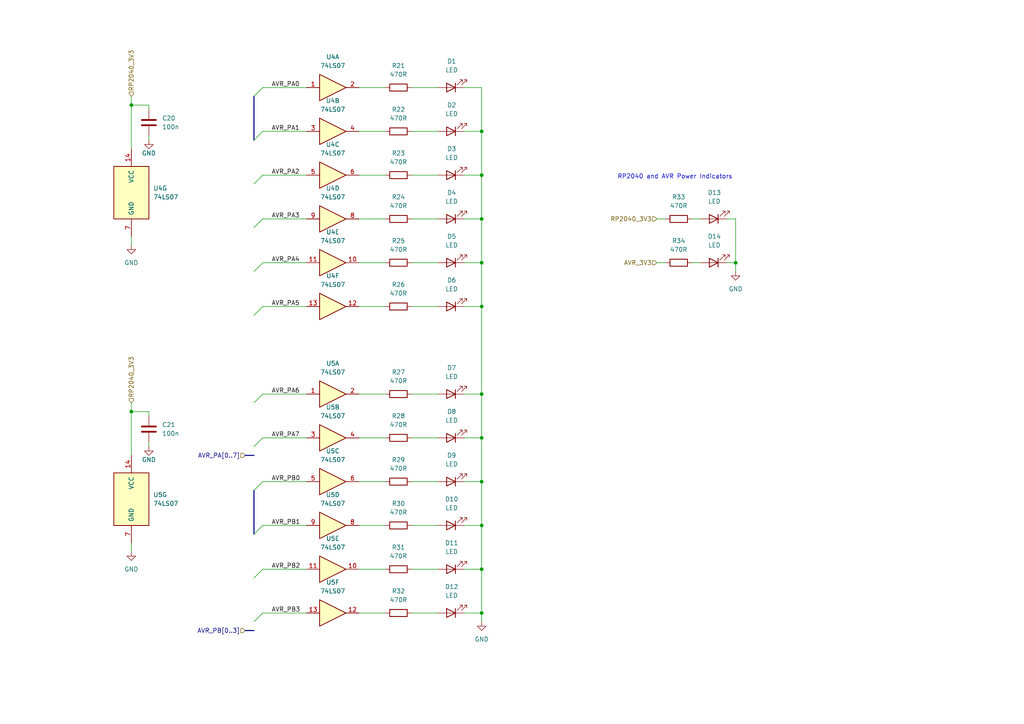
<source format=kicad_sch>
(kicad_sch (version 20210621) (generator eeschema)
  (paper "A4")
  (title_block (title "SUCSS Hardware Hacker"))
  (lib_symbols
    (symbol "74xx:74LS07" (pin_names (offset 1.016))
      (property "Reference" "U" (at 0 1.27 0))
      (property "Value" "74LS07" (at 0 -1.27 0))
      (symbol "74LS07_1_0"
        (polyline (pts (xy -3.81 3.81) (xy -3.81 -3.81) (xy 3.81 0) (xy -3.81 3.81)) (stroke (width 0.254)) (fill (type background)))
        (pin input line (at -7.62 0 0) (length 3.81) (name "~") (number "1"))
        (pin open_collector line (at 7.62 0 180) (length 3.81) (name "~") (number "2"))
      )
      (symbol "74LS07_2_0"
        (polyline (pts (xy -3.81 3.81) (xy -3.81 -3.81) (xy 3.81 0) (xy -3.81 3.81)) (stroke (width 0.254)) (fill (type background)))
        (pin input line (at -7.62 0 0) (length 3.81) (name "~") (number "3"))
        (pin open_collector line (at 7.62 0 180) (length 3.81) (name "~") (number "4"))
      )
      (symbol "74LS07_3_0"
        (polyline (pts (xy -3.81 3.81) (xy -3.81 -3.81) (xy 3.81 0) (xy -3.81 3.81)) (stroke (width 0.254)) (fill (type background)))
        (pin input line (at -7.62 0 0) (length 3.81) (name "~") (number "5"))
        (pin open_collector line (at 7.62 0 180) (length 3.81) (name "~") (number "6"))
      )
      (symbol "74LS07_4_0"
        (polyline (pts (xy -3.81 3.81) (xy -3.81 -3.81) (xy 3.81 0) (xy -3.81 3.81)) (stroke (width 0.254)) (fill (type background)))
        (pin open_collector line (at 7.62 0 180) (length 3.81) (name "~") (number "8"))
        (pin input line (at -7.62 0 0) (length 3.81) (name "~") (number "9"))
      )
      (symbol "74LS07_5_0"
        (polyline (pts (xy -3.81 3.81) (xy -3.81 -3.81) (xy 3.81 0) (xy -3.81 3.81)) (stroke (width 0.254)) (fill (type background)))
        (pin open_collector line (at 7.62 0 180) (length 3.81) (name "~") (number "10"))
        (pin input line (at -7.62 0 0) (length 3.81) (name "~") (number "11"))
      )
      (symbol "74LS07_6_0"
        (polyline (pts (xy -3.81 3.81) (xy -3.81 -3.81) (xy 3.81 0) (xy -3.81 3.81)) (stroke (width 0.254)) (fill (type background)))
        (pin open_collector line (at 7.62 0 180) (length 3.81) (name "~") (number "12"))
        (pin input line (at -7.62 0 0) (length 3.81) (name "~") (number "13"))
      )
      (symbol "74LS07_7_0"
        (pin power_in line (at 0 12.7 270) (length 5.08) (name "VCC") (number "14"))
        (pin power_in line (at 0 -12.7 90) (length 5.08) (name "GND") (number "7"))
      )
      (symbol "74LS07_7_1"
        (rectangle (start -5.08 7.62) (end 5.08 -7.62) (stroke (width 0.254)) (fill (type background)))
      )
    )
    (symbol "Device:C" (pin_numbers hide) (pin_names (offset 0.254))
      (property "Reference" "C" (at 0.635 2.54 0))
      (property "Value" "C" (at 0.635 -2.54 0))
      (symbol "C_0_1"
        (polyline (pts (xy -2.032 -0.762) (xy 2.032 -0.762)) (stroke (width 0.508)))
        (polyline (pts (xy -2.032 0.762) (xy 2.032 0.762)) (stroke (width 0.508)))
      )
      (symbol "C_1_1"
        (pin passive line (at 0 3.81 270) (length 2.794) (name "~") (number "1"))
        (pin passive line (at 0 -3.81 90) (length 2.794) (name "~") (number "2"))
      )
    )
    (symbol "Device:LED" (pin_numbers hide) (pin_names (offset 1.016) hide)
      (property "Reference" "D" (at 0 2.54 0))
      (property "Value" "LED" (at 0 -2.54 0))
      (symbol "LED_0_1"
        (polyline (pts (xy -1.27 -1.27) (xy -1.27 1.27)) (stroke (width 0.254)))
        (polyline (pts (xy -1.27 0) (xy 1.27 0)))
        (polyline (pts (xy 1.27 -1.27) (xy 1.27 1.27) (xy -1.27 0) (xy 1.27 -1.27)) (stroke (width 0.254)))
        (polyline (pts (xy -3.048 -0.762) (xy -4.572 -2.286) (xy -3.81 -2.286) (xy -4.572 -2.286) (xy -4.572 -1.524)))
        (polyline (pts (xy -1.778 -0.762) (xy -3.302 -2.286) (xy -2.54 -2.286) (xy -3.302 -2.286) (xy -3.302 -1.524)))
      )
      (symbol "LED_1_1"
        (pin passive line (at -3.81 0 0) (length 2.54) (name "K") (number "1"))
        (pin passive line (at 3.81 0 180) (length 2.54) (name "A") (number "2"))
      )
    )
    (symbol "Device:R" (pin_numbers hide) (pin_names (offset 0))
      (property "Reference" "R" (at 2.032 0 90))
      (property "Value" "R" (at 0 0 90))
      (symbol "R_0_1"
        (rectangle (start -1.016 -2.54) (end 1.016 2.54) (stroke (width 0.254)))
      )
      (symbol "R_1_1"
        (pin passive line (at 0 3.81 270) (length 1.27) (name "~") (number "1"))
        (pin passive line (at 0 -3.81 90) (length 1.27) (name "~") (number "2"))
      )
    )
    (symbol "power:GND" (power) (pin_names (offset 0))
      (property "Value" "GND" (at 0 -3.81 0))
      (symbol "GND_0_1"
        (polyline (pts (xy 0 0) (xy 0 -1.27) (xy 1.27 -1.27) (xy 0 -2.54) (xy -1.27 -1.27) (xy 0 -1.27)))
      )
      (symbol "GND_1_1"
        (pin power_in line (at 0 0 270) (length 0) hide (name "GND") (number "1"))
      )
    )
  )
  (junction (at 38.1 30.48) (diameter 0.9144))
  (junction (at 38.1 119.38) (diameter 0.9144))
  (junction (at 139.7 38.1) (diameter 0.9144))
  (junction (at 139.7 50.8) (diameter 0.9144))
  (junction (at 139.7 63.5) (diameter 0.9144))
  (junction (at 139.7 76.2) (diameter 0.9144))
  (junction (at 139.7 88.9) (diameter 0.9144))
  (junction (at 139.7 114.3) (diameter 0.9144))
  (junction (at 139.7 127) (diameter 0.9144))
  (junction (at 139.7 139.7) (diameter 0.9144))
  (junction (at 139.7 152.4) (diameter 0.9144))
  (junction (at 139.7 165.1) (diameter 0.9144))
  (junction (at 139.7 177.8) (diameter 0.9144))
  (junction (at 213.36 76.2) (diameter 0.9144))
  (bus_entry (at 73.66 27.94) (size 2.54 -2.54) (stroke (width 0.1524)))
  (bus_entry (at 73.66 40.64) (size 2.54 -2.54) (stroke (width 0.1524)))
  (bus_entry (at 73.66 53.34) (size 2.54 -2.54) (stroke (width 0.1524)))
  (bus_entry (at 73.66 66.04) (size 2.54 -2.54) (stroke (width 0.1524)))
  (bus_entry (at 73.66 78.74) (size 2.54 -2.54) (stroke (width 0.1524)))
  (bus_entry (at 73.66 91.44) (size 2.54 -2.54) (stroke (width 0.1524)))
  (bus_entry (at 73.66 116.84) (size 2.54 -2.54) (stroke (width 0.1524)))
  (bus_entry (at 73.66 129.54) (size 2.54 -2.54) (stroke (width 0.1524)))
  (bus_entry (at 73.66 142.24) (size 2.54 -2.54) (stroke (width 0.1524)))
  (bus_entry (at 73.66 154.94) (size 2.54 -2.54) (stroke (width 0.1524)))
  (bus_entry (at 73.66 167.64) (size 2.54 -2.54) (stroke (width 0.1524)))
  (bus_entry (at 73.66 180.34) (size 2.54 -2.54) (stroke (width 0.1524)))
  (wire (pts (xy 38.1 27.94) (xy 38.1 30.48)))
  (wire (pts (xy 38.1 30.48) (xy 38.1 43.18)))
  (wire (pts (xy 38.1 30.48) (xy 43.18 30.48)))
  (wire (pts (xy 38.1 68.58) (xy 38.1 71.12)))
  (wire (pts (xy 38.1 116.84) (xy 38.1 119.38)))
  (wire (pts (xy 38.1 119.38) (xy 38.1 132.08)))
  (wire (pts (xy 38.1 119.38) (xy 43.18 119.38)))
  (wire (pts (xy 38.1 157.48) (xy 38.1 160.02)))
  (wire (pts (xy 43.18 30.48) (xy 43.18 31.75)))
  (wire (pts (xy 43.18 39.37) (xy 43.18 40.64)))
  (wire (pts (xy 43.18 119.38) (xy 43.18 120.65)))
  (wire (pts (xy 43.18 128.27) (xy 43.18 129.54)))
  (wire (pts (xy 76.2 25.4) (xy 88.9 25.4)))
  (wire (pts (xy 76.2 38.1) (xy 88.9 38.1)))
  (wire (pts (xy 76.2 50.8) (xy 88.9 50.8)))
  (wire (pts (xy 76.2 63.5) (xy 88.9 63.5)))
  (wire (pts (xy 76.2 76.2) (xy 88.9 76.2)))
  (wire (pts (xy 76.2 88.9) (xy 88.9 88.9)))
  (wire (pts (xy 76.2 114.3) (xy 88.9 114.3)))
  (wire (pts (xy 76.2 127) (xy 88.9 127)))
  (wire (pts (xy 76.2 139.7) (xy 88.9 139.7)))
  (wire (pts (xy 76.2 152.4) (xy 88.9 152.4)))
  (wire (pts (xy 76.2 165.1) (xy 88.9 165.1)))
  (wire (pts (xy 76.2 177.8) (xy 88.9 177.8)))
  (wire (pts (xy 104.14 25.4) (xy 111.76 25.4)))
  (wire (pts (xy 104.14 38.1) (xy 111.76 38.1)))
  (wire (pts (xy 104.14 50.8) (xy 111.76 50.8)))
  (wire (pts (xy 104.14 63.5) (xy 111.76 63.5)))
  (wire (pts (xy 104.14 76.2) (xy 111.76 76.2)))
  (wire (pts (xy 104.14 88.9) (xy 111.76 88.9)))
  (wire (pts (xy 104.14 114.3) (xy 111.76 114.3)))
  (wire (pts (xy 104.14 127) (xy 111.76 127)))
  (wire (pts (xy 104.14 139.7) (xy 111.76 139.7)))
  (wire (pts (xy 104.14 152.4) (xy 111.76 152.4)))
  (wire (pts (xy 104.14 165.1) (xy 111.76 165.1)))
  (wire (pts (xy 104.14 177.8) (xy 111.76 177.8)))
  (wire (pts (xy 119.38 25.4) (xy 127 25.4)))
  (wire (pts (xy 119.38 38.1) (xy 127 38.1)))
  (wire (pts (xy 119.38 50.8) (xy 127 50.8)))
  (wire (pts (xy 119.38 63.5) (xy 127 63.5)))
  (wire (pts (xy 119.38 76.2) (xy 127 76.2)))
  (wire (pts (xy 119.38 88.9) (xy 127 88.9)))
  (wire (pts (xy 119.38 114.3) (xy 127 114.3)))
  (wire (pts (xy 119.38 127) (xy 127 127)))
  (wire (pts (xy 119.38 139.7) (xy 127 139.7)))
  (wire (pts (xy 119.38 152.4) (xy 127 152.4)))
  (wire (pts (xy 119.38 165.1) (xy 127 165.1)))
  (wire (pts (xy 119.38 177.8) (xy 127 177.8)))
  (wire (pts (xy 134.62 25.4) (xy 139.7 25.4)))
  (wire (pts (xy 134.62 38.1) (xy 139.7 38.1)))
  (wire (pts (xy 134.62 50.8) (xy 139.7 50.8)))
  (wire (pts (xy 134.62 63.5) (xy 139.7 63.5)))
  (wire (pts (xy 134.62 76.2) (xy 139.7 76.2)))
  (wire (pts (xy 134.62 88.9) (xy 139.7 88.9)))
  (wire (pts (xy 134.62 114.3) (xy 139.7 114.3)))
  (wire (pts (xy 134.62 127) (xy 139.7 127)))
  (wire (pts (xy 134.62 139.7) (xy 139.7 139.7)))
  (wire (pts (xy 134.62 152.4) (xy 139.7 152.4)))
  (wire (pts (xy 134.62 165.1) (xy 139.7 165.1)))
  (wire (pts (xy 139.7 25.4) (xy 139.7 38.1)))
  (wire (pts (xy 139.7 38.1) (xy 139.7 50.8)))
  (wire (pts (xy 139.7 50.8) (xy 139.7 63.5)))
  (wire (pts (xy 139.7 63.5) (xy 139.7 76.2)))
  (wire (pts (xy 139.7 76.2) (xy 139.7 88.9)))
  (wire (pts (xy 139.7 88.9) (xy 139.7 114.3)))
  (wire (pts (xy 139.7 114.3) (xy 139.7 127)))
  (wire (pts (xy 139.7 127) (xy 139.7 139.7)))
  (wire (pts (xy 139.7 139.7) (xy 139.7 152.4)))
  (wire (pts (xy 139.7 152.4) (xy 139.7 165.1)))
  (wire (pts (xy 139.7 165.1) (xy 139.7 177.8)))
  (wire (pts (xy 139.7 177.8) (xy 134.62 177.8)))
  (wire (pts (xy 139.7 177.8) (xy 139.7 180.34)))
  (wire (pts (xy 190.5 63.5) (xy 193.04 63.5)))
  (wire (pts (xy 190.5 76.2) (xy 193.04 76.2)))
  (wire (pts (xy 200.66 63.5) (xy 203.2 63.5)))
  (wire (pts (xy 200.66 76.2) (xy 203.2 76.2)))
  (wire (pts (xy 210.82 63.5) (xy 213.36 63.5)))
  (wire (pts (xy 213.36 63.5) (xy 213.36 76.2)))
  (wire (pts (xy 213.36 76.2) (xy 210.82 76.2)))
  (wire (pts (xy 213.36 76.2) (xy 213.36 78.74)))
  (bus (pts (xy 71.12 132.08) (xy 73.66 132.08)))
  (bus (pts (xy 73.66 27.94) (xy 73.66 132.08)))
  (bus (pts (xy 73.66 142.24) (xy 73.66 182.88)))
  (bus (pts (xy 73.66 182.88) (xy 71.12 182.88)))
  (text "RP2040 and AVR Power Indicators\n" (at 179.07 52.07 0) (effects (font (size 1.27 1.27)) (justify left bottom)))
  (label "AVR_PA0" (at 78.74 25.4 0))
  (label "AVR_PA1" (at 78.74 38.1 0))
  (label "AVR_PA2" (at 78.74 50.8 0))
  (label "AVR_PA3" (at 78.74 63.5 0))
  (label "AVR_PA4" (at 78.74 76.2 0))
  (label "AVR_PA5" (at 78.74 88.9 0))
  (label "AVR_PA6" (at 78.74 114.3 0))
  (label "AVR_PA7" (at 78.74 127 0))
  (label "AVR_PB0" (at 78.74 139.7 0))
  (label "AVR_PB1" (at 78.74 152.4 0))
  (label "AVR_PB2" (at 78.74 165.1 0))
  (label "AVR_PB3" (at 78.74 177.8 0))
  (hierarchical_label "RP2040_3V3" (shape input) (at 38.1 27.94 90))
  (hierarchical_label "RP2040_3V3" (shape input) (at 38.1 116.84 90))
  (hierarchical_label "AVR_PA[0..7]" (shape input) (at 71.12 132.08 180))
  (hierarchical_label "AVR_PB[0..3]" (shape input) (at 71.12 182.88 180))
  (hierarchical_label "RP2040_3V3" (shape input) (at 190.5 63.5 180))
  (hierarchical_label "AVR_3V3" (shape input) (at 190.5 76.2 180))
  (symbol (lib_id "power:GND") (at 38.1 71.12 0) (unit 1)
    (property "Reference" "#PWR018" (effects hide))
    (property "Value" "GND" (at 38.1 76.2 0))
  )
  (symbol (lib_id "power:GND") (at 38.1 160.02 0) (unit 1)
    (property "Reference" "#PWR019" (effects hide))
    (property "Value" "GND" (at 38.1 165.1 0))
  )
  (symbol (lib_id "power:GND") (at 43.18 40.64 0) (unit 1)
    (property "Reference" "#PWR020" (effects hide))
    (property "Value" "GND" (at 43.18 44.45 0))
  )
  (symbol (lib_id "power:GND") (at 43.18 129.54 0) (unit 1)
    (property "Reference" "#PWR021" (effects hide))
    (property "Value" "GND" (at 43.18 133.35 0))
  )
  (symbol (lib_id "power:GND") (at 139.7 180.34 0) (unit 1)
    (property "Reference" "#PWR022" (effects hide))
    (property "Value" "GND" (at 139.7 185.42 0))
  )
  (symbol (lib_id "power:GND") (at 213.36 78.74 0) (unit 1)
    (property "Reference" "#PWR023" (effects hide))
    (property "Value" "GND" (at 213.36 83.82 0))
  )
  (symbol (lib_id "Device:R") (at 115.57 25.4 90) (unit 1)
    (property "Reference" "R21" (at 115.57 19.05 90))
    (property "Value" "470R" (at 115.57 21.59 90))
    (property "Footprint" "Resistor_SMD:R_0603_1608Metric" (effects hide))
  )
  (symbol (lib_id "Device:R") (at 115.57 38.1 90) (unit 1)
    (property "Reference" "R22" (at 115.57 31.75 90))
    (property "Value" "470R" (at 115.57 34.29 90))
    (property "Footprint" "Resistor_SMD:R_0603_1608Metric" (effects hide))
  )
  (symbol (lib_id "Device:R") (at 115.57 50.8 90) (unit 1)
    (property "Reference" "R23" (at 115.57 44.45 90))
    (property "Value" "470R" (at 115.57 46.99 90))
    (property "Footprint" "Resistor_SMD:R_0603_1608Metric" (effects hide))
  )
  (symbol (lib_id "Device:R") (at 115.57 63.5 90) (unit 1)
    (property "Reference" "R24" (at 115.57 57.15 90))
    (property "Value" "470R" (at 115.57 59.69 90))
    (property "Footprint" "Resistor_SMD:R_0603_1608Metric" (effects hide))
  )
  (symbol (lib_id "Device:R") (at 115.57 76.2 90) (unit 1)
    (property "Reference" "R25" (at 115.57 69.85 90))
    (property "Value" "470R" (at 115.57 72.39 90))
    (property "Footprint" "Resistor_SMD:R_0603_1608Metric" (effects hide))
  )
  (symbol (lib_id "Device:R") (at 115.57 88.9 90) (unit 1)
    (property "Reference" "R26" (at 115.57 82.55 90))
    (property "Value" "470R" (at 115.57 85.09 90))
    (property "Footprint" "Resistor_SMD:R_0603_1608Metric" (effects hide))
  )
  (symbol (lib_id "Device:R") (at 115.57 114.3 90) (unit 1)
    (property "Reference" "R27" (at 115.57 107.95 90))
    (property "Value" "470R" (at 115.57 110.49 90))
    (property "Footprint" "Resistor_SMD:R_0603_1608Metric" (effects hide))
  )
  (symbol (lib_id "Device:R") (at 115.57 127 90) (unit 1)
    (property "Reference" "R28" (at 115.57 120.65 90))
    (property "Value" "470R" (at 115.57 123.19 90))
    (property "Footprint" "Resistor_SMD:R_0603_1608Metric" (effects hide))
  )
  (symbol (lib_id "Device:R") (at 115.57 139.7 90) (unit 1)
    (property "Reference" "R29" (at 115.57 133.35 90))
    (property "Value" "470R" (at 115.57 135.89 90))
    (property "Footprint" "Resistor_SMD:R_0603_1608Metric" (effects hide))
  )
  (symbol (lib_id "Device:R") (at 115.57 152.4 90) (unit 1)
    (property "Reference" "R30" (at 115.57 146.05 90))
    (property "Value" "470R" (at 115.57 148.59 90))
    (property "Footprint" "Resistor_SMD:R_0603_1608Metric" (effects hide))
  )
  (symbol (lib_id "Device:R") (at 115.57 165.1 90) (unit 1)
    (property "Reference" "R31" (at 115.57 158.75 90))
    (property "Value" "470R" (at 115.57 161.29 90))
    (property "Footprint" "Resistor_SMD:R_0603_1608Metric" (effects hide))
  )
  (symbol (lib_id "Device:R") (at 115.57 177.8 90) (unit 1)
    (property "Reference" "R32" (at 115.57 171.45 90))
    (property "Value" "470R" (at 115.57 173.99 90))
    (property "Footprint" "Resistor_SMD:R_0603_1608Metric" (effects hide))
  )
  (symbol (lib_id "Device:R") (at 196.85 63.5 90) (unit 1)
    (property "Reference" "R33" (at 196.85 57.15 90))
    (property "Value" "470R" (at 196.85 59.69 90))
    (property "Footprint" "Resistor_SMD:R_0603_1608Metric" (effects hide))
  )
  (symbol (lib_id "Device:R") (at 196.85 76.2 90) (unit 1)
    (property "Reference" "R34" (at 196.85 69.85 90))
    (property "Value" "470R" (at 196.85 72.39 90))
    (property "Footprint" "Resistor_SMD:R_0603_1608Metric" (effects hide))
  )
  (symbol (lib_id "Device:LED") (at 130.81 25.4 180) (unit 1)
    (property "Reference" "D1" (at 131.0005 17.78 0))
    (property "Value" "LED" (at 131.0005 20.32 0))
    (property "Footprint" "LED_SMD:LED_0603_1608Metric" (effects hide))
  )
  (symbol (lib_id "Device:LED") (at 130.81 38.1 180) (unit 1)
    (property "Reference" "D2" (at 131.0005 30.48 0))
    (property "Value" "LED" (at 131.0005 33.02 0))
    (property "Footprint" "LED_SMD:LED_0603_1608Metric" (effects hide))
  )
  (symbol (lib_id "Device:LED") (at 130.81 50.8 180) (unit 1)
    (property "Reference" "D3" (at 131.0005 43.18 0))
    (property "Value" "LED" (at 131.0005 45.72 0))
    (property "Footprint" "LED_SMD:LED_0603_1608Metric" (effects hide))
  )
  (symbol (lib_id "Device:LED") (at 130.81 63.5 180) (unit 1)
    (property "Reference" "D4" (at 131.0005 55.88 0))
    (property "Value" "LED" (at 131.0005 58.42 0))
    (property "Footprint" "LED_SMD:LED_0603_1608Metric" (effects hide))
  )
  (symbol (lib_id "Device:LED") (at 130.81 76.2 180) (unit 1)
    (property "Reference" "D5" (at 131.0005 68.58 0))
    (property "Value" "LED" (at 131.0005 71.12 0))
    (property "Footprint" "LED_SMD:LED_0603_1608Metric" (effects hide))
  )
  (symbol (lib_id "Device:LED") (at 130.81 88.9 180) (unit 1)
    (property "Reference" "D6" (at 131.0005 81.28 0))
    (property "Value" "LED" (at 131.0005 83.82 0))
    (property "Footprint" "LED_SMD:LED_0603_1608Metric" (effects hide))
  )
  (symbol (lib_id "Device:LED") (at 130.81 114.3 180) (unit 1)
    (property "Reference" "D7" (at 131.0005 106.68 0))
    (property "Value" "LED" (at 131.0005 109.22 0))
    (property "Footprint" "LED_SMD:LED_0603_1608Metric" (effects hide))
  )
  (symbol (lib_id "Device:LED") (at 130.81 127 180) (unit 1)
    (property "Reference" "D8" (at 131.0005 119.38 0))
    (property "Value" "LED" (at 131.0005 121.92 0))
    (property "Footprint" "LED_SMD:LED_0603_1608Metric" (effects hide))
  )
  (symbol (lib_id "Device:LED") (at 130.81 139.7 180) (unit 1)
    (property "Reference" "D9" (at 131.0005 132.08 0))
    (property "Value" "LED" (at 131.0005 134.62 0))
    (property "Footprint" "LED_SMD:LED_0603_1608Metric" (effects hide))
  )
  (symbol (lib_id "Device:LED") (at 130.81 152.4 180) (unit 1)
    (property "Reference" "D10" (at 131.0005 144.78 0))
    (property "Value" "LED" (at 131.0005 147.32 0))
    (property "Footprint" "LED_SMD:LED_0603_1608Metric" (effects hide))
  )
  (symbol (lib_id "Device:LED") (at 130.81 165.1 180) (unit 1)
    (property "Reference" "D11" (at 131.0005 157.48 0))
    (property "Value" "LED" (at 131.0005 160.02 0))
    (property "Footprint" "LED_SMD:LED_0603_1608Metric" (effects hide))
  )
  (symbol (lib_id "Device:LED") (at 130.81 177.8 180) (unit 1)
    (property "Reference" "D12" (at 131.0005 170.18 0))
    (property "Value" "LED" (at 131.0005 172.72 0))
    (property "Footprint" "LED_SMD:LED_0603_1608Metric" (effects hide))
  )
  (symbol (lib_id "Device:LED") (at 207.01 63.5 180) (unit 1)
    (property "Reference" "D13" (at 207.2005 55.88 0))
    (property "Value" "LED" (at 207.2005 58.42 0))
    (property "Footprint" "LED_SMD:LED_0603_1608Metric" (effects hide))
  )
  (symbol (lib_id "Device:LED") (at 207.01 76.2 180) (unit 1)
    (property "Reference" "D14" (at 207.2005 68.58 0))
    (property "Value" "LED" (at 207.2005 71.12 0))
    (property "Footprint" "LED_SMD:LED_0603_1608Metric" (effects hide))
  )
  (symbol (lib_id "Device:C") (at 43.18 35.56 0) (unit 1)
    (property "Reference" "C20" (at 46.99 34.2899 0) (effects (justify left)))
    (property "Value" "100n" (at 46.99 36.8299 0) (effects (justify left)))
    (property "Footprint" "Capacitor_SMD:C_0603_1608Metric" (effects hide))
  )
  (symbol (lib_id "Device:C") (at 43.18 124.46 0) (unit 1)
    (property "Reference" "C21" (at 46.99 123.1899 0) (effects (justify left)))
    (property "Value" "100n" (at 46.99 125.7299 0) (effects (justify left)))
    (property "Footprint" "Capacitor_SMD:C_0603_1608Metric" (effects hide))
  )
  (symbol (lib_id "74xx:74LS07") (at 96.52 25.4 0) (unit 1)
    (property "Reference" "U4" (at 96.52 16.51 0))
    (property "Value" "74LS07" (at 96.52 19.05 0))
    (property "Footprint" "Package_SO:SOIC-14_3.9x8.7mm_P1.27mm" (effects hide))
    (property "Datasheet" "www.ti.com/lit/ds/symlink/sn74ls07.pdf" (effects hide))
  )
  (symbol (lib_id "74xx:74LS07") (at 96.52 38.1 0) (unit 2)
    (property "Reference" "U4" (at 96.52 29.21 0))
    (property "Value" "74LS07" (at 96.52 31.75 0))
    (property "Footprint" "Package_SO:SOIC-14_3.9x8.7mm_P1.27mm" (effects hide))
    (property "Datasheet" "www.ti.com/lit/ds/symlink/sn74ls07.pdf" (effects hide))
  )
  (symbol (lib_id "74xx:74LS07") (at 96.52 50.8 0) (unit 3)
    (property "Reference" "U4" (at 96.52 41.91 0))
    (property "Value" "74LS07" (at 96.52 44.45 0))
    (property "Footprint" "Package_SO:SOIC-14_3.9x8.7mm_P1.27mm" (effects hide))
    (property "Datasheet" "www.ti.com/lit/ds/symlink/sn74ls07.pdf" (effects hide))
  )
  (symbol (lib_id "74xx:74LS07") (at 96.52 63.5 0) (unit 4)
    (property "Reference" "U4" (at 96.52 54.61 0))
    (property "Value" "74LS07" (at 96.52 57.15 0))
    (property "Footprint" "Package_SO:SOIC-14_3.9x8.7mm_P1.27mm" (effects hide))
    (property "Datasheet" "www.ti.com/lit/ds/symlink/sn74ls07.pdf" (effects hide))
  )
  (symbol (lib_id "74xx:74LS07") (at 96.52 76.2 0) (unit 5)
    (property "Reference" "U4" (at 96.52 67.31 0))
    (property "Value" "74LS07" (at 96.52 69.85 0))
    (property "Footprint" "Package_SO:SOIC-14_3.9x8.7mm_P1.27mm" (effects hide))
    (property "Datasheet" "www.ti.com/lit/ds/symlink/sn74ls07.pdf" (effects hide))
  )
  (symbol (lib_id "74xx:74LS07") (at 96.52 88.9 0) (unit 6)
    (property "Reference" "U4" (at 96.52 80.01 0))
    (property "Value" "74LS07" (at 96.52 82.55 0))
    (property "Footprint" "Package_SO:SOIC-14_3.9x8.7mm_P1.27mm" (effects hide))
    (property "Datasheet" "www.ti.com/lit/ds/symlink/sn74ls07.pdf" (effects hide))
  )
  (symbol (lib_id "74xx:74LS07") (at 96.52 114.3 0) (unit 1)
    (property "Reference" "U5" (at 96.52 105.41 0))
    (property "Value" "74LS07" (at 96.52 107.95 0))
    (property "Footprint" "Package_SO:SOIC-14_3.9x8.7mm_P1.27mm" (effects hide))
    (property "Datasheet" "www.ti.com/lit/ds/symlink/sn74ls07.pdf" (effects hide))
  )
  (symbol (lib_id "74xx:74LS07") (at 96.52 127 0) (unit 2)
    (property "Reference" "U5" (at 96.52 118.11 0))
    (property "Value" "74LS07" (at 96.52 120.65 0))
    (property "Footprint" "Package_SO:SOIC-14_3.9x8.7mm_P1.27mm" (effects hide))
    (property "Datasheet" "www.ti.com/lit/ds/symlink/sn74ls07.pdf" (effects hide))
  )
  (symbol (lib_id "74xx:74LS07") (at 96.52 139.7 0) (unit 3)
    (property "Reference" "U5" (at 96.52 130.81 0))
    (property "Value" "74LS07" (at 96.52 133.35 0))
    (property "Footprint" "Package_SO:SOIC-14_3.9x8.7mm_P1.27mm" (effects hide))
    (property "Datasheet" "www.ti.com/lit/ds/symlink/sn74ls07.pdf" (effects hide))
  )
  (symbol (lib_id "74xx:74LS07") (at 96.52 152.4 0) (unit 4)
    (property "Reference" "U5" (at 96.52 143.51 0))
    (property "Value" "74LS07" (at 96.52 146.05 0))
    (property "Footprint" "Package_SO:SOIC-14_3.9x8.7mm_P1.27mm" (effects hide))
    (property "Datasheet" "www.ti.com/lit/ds/symlink/sn74ls07.pdf" (effects hide))
  )
  (symbol (lib_id "74xx:74LS07") (at 96.52 165.1 0) (unit 5)
    (property "Reference" "U5" (at 96.52 156.21 0))
    (property "Value" "74LS07" (at 96.52 158.75 0))
    (property "Footprint" "Package_SO:SOIC-14_3.9x8.7mm_P1.27mm" (effects hide))
    (property "Datasheet" "www.ti.com/lit/ds/symlink/sn74ls07.pdf" (effects hide))
  )
  (symbol (lib_id "74xx:74LS07") (at 96.52 177.8 0) (unit 6)
    (property "Reference" "U5" (at 96.52 168.91 0))
    (property "Value" "74LS07" (at 96.52 171.45 0))
    (property "Footprint" "Package_SO:SOIC-14_3.9x8.7mm_P1.27mm" (effects hide))
    (property "Datasheet" "www.ti.com/lit/ds/symlink/sn74ls07.pdf" (effects hide))
  )
  (symbol (lib_id "74xx:74LS07") (at 38.1 55.88 0) (unit 7)
    (property "Reference" "U4" (at 44.45 54.6099 0) (effects (justify left)))
    (property "Value" "74LS07" (at 44.45 57.1499 0) (effects (justify left)))
    (property "Footprint" "Package_SO:SOIC-14_3.9x8.7mm_P1.27mm" (effects hide))
    (property "Datasheet" "www.ti.com/lit/ds/symlink/sn74ls07.pdf" (effects hide))
  )
  (symbol (lib_id "74xx:74LS07") (at 38.1 144.78 0) (unit 7)
    (property "Reference" "U5" (at 44.45 143.5099 0) (effects (justify left)))
    (property "Value" "74LS07" (at 44.45 146.0499 0) (effects (justify left)))
    (property "Footprint" "Package_SO:SOIC-14_3.9x8.7mm_P1.27mm" (effects hide))
    (property "Datasheet" "www.ti.com/lit/ds/symlink/sn74ls07.pdf" (effects hide))
  )
)
</source>
